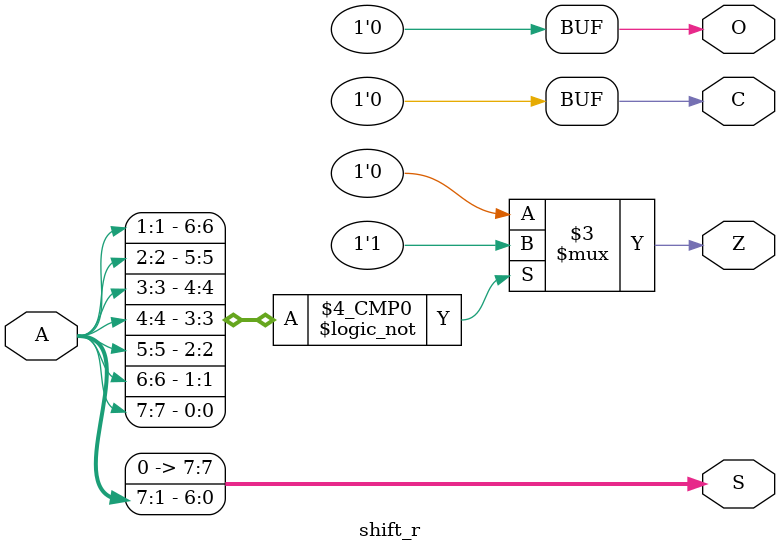
<source format=v>
module shift_r(A,S,Z,C,O);
input wire [7:0] A;
output reg [7:0] S;
output reg Z,C,O;

 always @(*)
 begin
S[7]=0;
S[6:0]=A[7:1];
C=0;
O=0;
case({S[0],S[1],S[2],S[3],S[4],S[5],S[6],S[7]})
8'b00000000: Z=1;
default : Z=0;
endcase



end
endmodule

</source>
